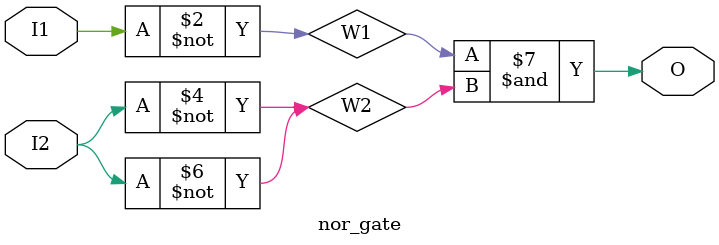
<source format=v>

module nor_gate(I1,I2,O);
	input I1,I2;
	output O;
        wire W1,W2,W3;
	nand(W1,I1,I1);
        nand(W2,I2,I2);
        nand(W2,I2,I2);
	nand(W3,W1,W2);
        nand(O,W3,W3);
endmodule

</source>
